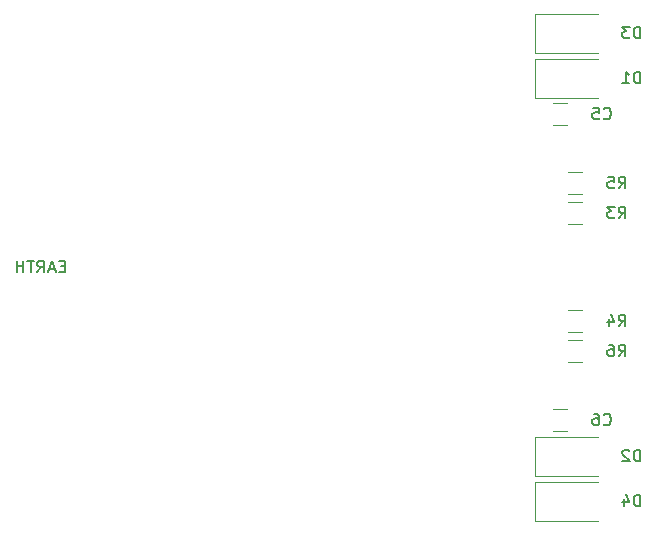
<source format=gbr>
G04 #@! TF.GenerationSoftware,KiCad,Pcbnew,5.1.9*
G04 #@! TF.CreationDate,2021-04-19T04:03:33-04:00*
G04 #@! TF.ProjectId,lm3886_psu_4ch,6c6d3338-3836-45f7-9073-755f3463682e,rev?*
G04 #@! TF.SameCoordinates,Original*
G04 #@! TF.FileFunction,Legend,Bot*
G04 #@! TF.FilePolarity,Positive*
%FSLAX46Y46*%
G04 Gerber Fmt 4.6, Leading zero omitted, Abs format (unit mm)*
G04 Created by KiCad (PCBNEW 5.1.9) date 2021-04-19 04:03:33*
%MOMM*%
%LPD*%
G01*
G04 APERTURE LIST*
%ADD10C,0.150000*%
%ADD11C,0.120000*%
G04 APERTURE END LIST*
D10*
X125237619Y-90352571D02*
X124904285Y-90352571D01*
X124761428Y-90876380D02*
X125237619Y-90876380D01*
X125237619Y-89876380D01*
X124761428Y-89876380D01*
X124380476Y-90590666D02*
X123904285Y-90590666D01*
X124475714Y-90876380D02*
X124142380Y-89876380D01*
X123809047Y-90876380D01*
X122904285Y-90876380D02*
X123237619Y-90400190D01*
X123475714Y-90876380D02*
X123475714Y-89876380D01*
X123094761Y-89876380D01*
X122999523Y-89924000D01*
X122951904Y-89971619D01*
X122904285Y-90066857D01*
X122904285Y-90209714D01*
X122951904Y-90304952D01*
X122999523Y-90352571D01*
X123094761Y-90400190D01*
X123475714Y-90400190D01*
X122618571Y-89876380D02*
X122047142Y-89876380D01*
X122332857Y-90876380D02*
X122332857Y-89876380D01*
X121713809Y-90876380D02*
X121713809Y-89876380D01*
X121713809Y-90352571D02*
X121142380Y-90352571D01*
X121142380Y-90876380D02*
X121142380Y-89876380D01*
D11*
X166529936Y-102468000D02*
X167734064Y-102468000D01*
X166529936Y-104288000D02*
X167734064Y-104288000D01*
X167734064Y-76560000D02*
X166529936Y-76560000D01*
X167734064Y-78380000D02*
X166529936Y-78380000D01*
X167799936Y-96626000D02*
X169004064Y-96626000D01*
X167799936Y-98446000D02*
X169004064Y-98446000D01*
X167799936Y-82402000D02*
X169004064Y-82402000D01*
X167799936Y-84222000D02*
X169004064Y-84222000D01*
X169004064Y-95906000D02*
X167799936Y-95906000D01*
X169004064Y-94086000D02*
X167799936Y-94086000D01*
X169004064Y-86762000D02*
X167799936Y-86762000D01*
X169004064Y-84942000D02*
X167799936Y-84942000D01*
X165002000Y-111886000D02*
X165002000Y-108586000D01*
X165002000Y-108586000D02*
X170402000Y-108586000D01*
X165002000Y-111886000D02*
X170402000Y-111886000D01*
X165002000Y-72262000D02*
X170402000Y-72262000D01*
X165002000Y-68962000D02*
X170402000Y-68962000D01*
X165002000Y-72262000D02*
X165002000Y-68962000D01*
X165002000Y-108076000D02*
X170402000Y-108076000D01*
X165002000Y-104776000D02*
X170402000Y-104776000D01*
X165002000Y-108076000D02*
X165002000Y-104776000D01*
X165002000Y-76072000D02*
X170402000Y-76072000D01*
X165002000Y-72772000D02*
X170402000Y-72772000D01*
X165002000Y-76072000D02*
X165002000Y-72772000D01*
D10*
X170854666Y-103735142D02*
X170902285Y-103782761D01*
X171045142Y-103830380D01*
X171140380Y-103830380D01*
X171283238Y-103782761D01*
X171378476Y-103687523D01*
X171426095Y-103592285D01*
X171473714Y-103401809D01*
X171473714Y-103258952D01*
X171426095Y-103068476D01*
X171378476Y-102973238D01*
X171283238Y-102878000D01*
X171140380Y-102830380D01*
X171045142Y-102830380D01*
X170902285Y-102878000D01*
X170854666Y-102925619D01*
X169997523Y-102830380D02*
X170188000Y-102830380D01*
X170283238Y-102878000D01*
X170330857Y-102925619D01*
X170426095Y-103068476D01*
X170473714Y-103258952D01*
X170473714Y-103639904D01*
X170426095Y-103735142D01*
X170378476Y-103782761D01*
X170283238Y-103830380D01*
X170092761Y-103830380D01*
X169997523Y-103782761D01*
X169949904Y-103735142D01*
X169902285Y-103639904D01*
X169902285Y-103401809D01*
X169949904Y-103306571D01*
X169997523Y-103258952D01*
X170092761Y-103211333D01*
X170283238Y-103211333D01*
X170378476Y-103258952D01*
X170426095Y-103306571D01*
X170473714Y-103401809D01*
X170854666Y-77827142D02*
X170902285Y-77874761D01*
X171045142Y-77922380D01*
X171140380Y-77922380D01*
X171283238Y-77874761D01*
X171378476Y-77779523D01*
X171426095Y-77684285D01*
X171473714Y-77493809D01*
X171473714Y-77350952D01*
X171426095Y-77160476D01*
X171378476Y-77065238D01*
X171283238Y-76970000D01*
X171140380Y-76922380D01*
X171045142Y-76922380D01*
X170902285Y-76970000D01*
X170854666Y-77017619D01*
X169949904Y-76922380D02*
X170426095Y-76922380D01*
X170473714Y-77398571D01*
X170426095Y-77350952D01*
X170330857Y-77303333D01*
X170092761Y-77303333D01*
X169997523Y-77350952D01*
X169949904Y-77398571D01*
X169902285Y-77493809D01*
X169902285Y-77731904D01*
X169949904Y-77827142D01*
X169997523Y-77874761D01*
X170092761Y-77922380D01*
X170330857Y-77922380D01*
X170426095Y-77874761D01*
X170473714Y-77827142D01*
X172124666Y-97988380D02*
X172458000Y-97512190D01*
X172696095Y-97988380D02*
X172696095Y-96988380D01*
X172315142Y-96988380D01*
X172219904Y-97036000D01*
X172172285Y-97083619D01*
X172124666Y-97178857D01*
X172124666Y-97321714D01*
X172172285Y-97416952D01*
X172219904Y-97464571D01*
X172315142Y-97512190D01*
X172696095Y-97512190D01*
X171267523Y-96988380D02*
X171458000Y-96988380D01*
X171553238Y-97036000D01*
X171600857Y-97083619D01*
X171696095Y-97226476D01*
X171743714Y-97416952D01*
X171743714Y-97797904D01*
X171696095Y-97893142D01*
X171648476Y-97940761D01*
X171553238Y-97988380D01*
X171362761Y-97988380D01*
X171267523Y-97940761D01*
X171219904Y-97893142D01*
X171172285Y-97797904D01*
X171172285Y-97559809D01*
X171219904Y-97464571D01*
X171267523Y-97416952D01*
X171362761Y-97369333D01*
X171553238Y-97369333D01*
X171648476Y-97416952D01*
X171696095Y-97464571D01*
X171743714Y-97559809D01*
X172124666Y-83764380D02*
X172458000Y-83288190D01*
X172696095Y-83764380D02*
X172696095Y-82764380D01*
X172315142Y-82764380D01*
X172219904Y-82812000D01*
X172172285Y-82859619D01*
X172124666Y-82954857D01*
X172124666Y-83097714D01*
X172172285Y-83192952D01*
X172219904Y-83240571D01*
X172315142Y-83288190D01*
X172696095Y-83288190D01*
X171219904Y-82764380D02*
X171696095Y-82764380D01*
X171743714Y-83240571D01*
X171696095Y-83192952D01*
X171600857Y-83145333D01*
X171362761Y-83145333D01*
X171267523Y-83192952D01*
X171219904Y-83240571D01*
X171172285Y-83335809D01*
X171172285Y-83573904D01*
X171219904Y-83669142D01*
X171267523Y-83716761D01*
X171362761Y-83764380D01*
X171600857Y-83764380D01*
X171696095Y-83716761D01*
X171743714Y-83669142D01*
X172124666Y-95448380D02*
X172458000Y-94972190D01*
X172696095Y-95448380D02*
X172696095Y-94448380D01*
X172315142Y-94448380D01*
X172219904Y-94496000D01*
X172172285Y-94543619D01*
X172124666Y-94638857D01*
X172124666Y-94781714D01*
X172172285Y-94876952D01*
X172219904Y-94924571D01*
X172315142Y-94972190D01*
X172696095Y-94972190D01*
X171267523Y-94781714D02*
X171267523Y-95448380D01*
X171505619Y-94400761D02*
X171743714Y-95115047D01*
X171124666Y-95115047D01*
X172124666Y-86304380D02*
X172458000Y-85828190D01*
X172696095Y-86304380D02*
X172696095Y-85304380D01*
X172315142Y-85304380D01*
X172219904Y-85352000D01*
X172172285Y-85399619D01*
X172124666Y-85494857D01*
X172124666Y-85637714D01*
X172172285Y-85732952D01*
X172219904Y-85780571D01*
X172315142Y-85828190D01*
X172696095Y-85828190D01*
X171791333Y-85304380D02*
X171172285Y-85304380D01*
X171505619Y-85685333D01*
X171362761Y-85685333D01*
X171267523Y-85732952D01*
X171219904Y-85780571D01*
X171172285Y-85875809D01*
X171172285Y-86113904D01*
X171219904Y-86209142D01*
X171267523Y-86256761D01*
X171362761Y-86304380D01*
X171648476Y-86304380D01*
X171743714Y-86256761D01*
X171791333Y-86209142D01*
X173966095Y-110688380D02*
X173966095Y-109688380D01*
X173728000Y-109688380D01*
X173585142Y-109736000D01*
X173489904Y-109831238D01*
X173442285Y-109926476D01*
X173394666Y-110116952D01*
X173394666Y-110259809D01*
X173442285Y-110450285D01*
X173489904Y-110545523D01*
X173585142Y-110640761D01*
X173728000Y-110688380D01*
X173966095Y-110688380D01*
X172537523Y-110021714D02*
X172537523Y-110688380D01*
X172775619Y-109640761D02*
X173013714Y-110355047D01*
X172394666Y-110355047D01*
X173966095Y-71064380D02*
X173966095Y-70064380D01*
X173728000Y-70064380D01*
X173585142Y-70112000D01*
X173489904Y-70207238D01*
X173442285Y-70302476D01*
X173394666Y-70492952D01*
X173394666Y-70635809D01*
X173442285Y-70826285D01*
X173489904Y-70921523D01*
X173585142Y-71016761D01*
X173728000Y-71064380D01*
X173966095Y-71064380D01*
X173061333Y-70064380D02*
X172442285Y-70064380D01*
X172775619Y-70445333D01*
X172632761Y-70445333D01*
X172537523Y-70492952D01*
X172489904Y-70540571D01*
X172442285Y-70635809D01*
X172442285Y-70873904D01*
X172489904Y-70969142D01*
X172537523Y-71016761D01*
X172632761Y-71064380D01*
X172918476Y-71064380D01*
X173013714Y-71016761D01*
X173061333Y-70969142D01*
X173966095Y-106878380D02*
X173966095Y-105878380D01*
X173728000Y-105878380D01*
X173585142Y-105926000D01*
X173489904Y-106021238D01*
X173442285Y-106116476D01*
X173394666Y-106306952D01*
X173394666Y-106449809D01*
X173442285Y-106640285D01*
X173489904Y-106735523D01*
X173585142Y-106830761D01*
X173728000Y-106878380D01*
X173966095Y-106878380D01*
X173013714Y-105973619D02*
X172966095Y-105926000D01*
X172870857Y-105878380D01*
X172632761Y-105878380D01*
X172537523Y-105926000D01*
X172489904Y-105973619D01*
X172442285Y-106068857D01*
X172442285Y-106164095D01*
X172489904Y-106306952D01*
X173061333Y-106878380D01*
X172442285Y-106878380D01*
X173966095Y-74874380D02*
X173966095Y-73874380D01*
X173728000Y-73874380D01*
X173585142Y-73922000D01*
X173489904Y-74017238D01*
X173442285Y-74112476D01*
X173394666Y-74302952D01*
X173394666Y-74445809D01*
X173442285Y-74636285D01*
X173489904Y-74731523D01*
X173585142Y-74826761D01*
X173728000Y-74874380D01*
X173966095Y-74874380D01*
X172442285Y-74874380D02*
X173013714Y-74874380D01*
X172728000Y-74874380D02*
X172728000Y-73874380D01*
X172823238Y-74017238D01*
X172918476Y-74112476D01*
X173013714Y-74160095D01*
M02*

</source>
